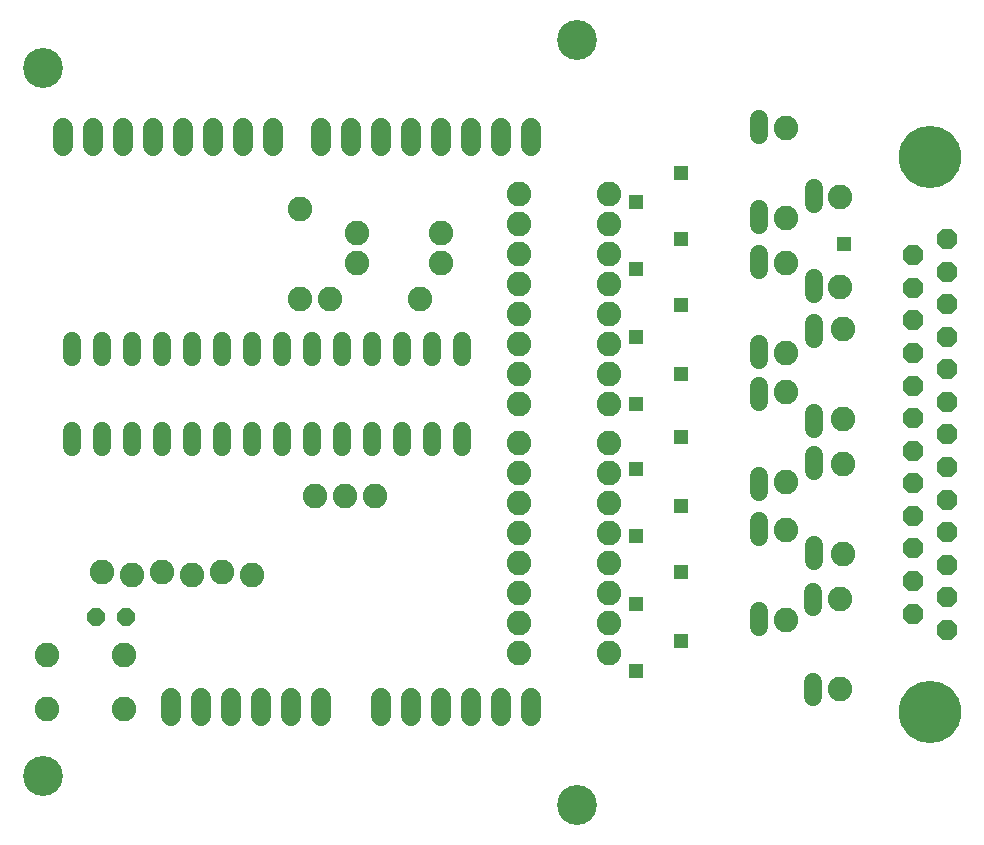
<source format=gbs>
G75*
G70*
%OFA0B0*%
%FSLAX24Y24*%
%IPPOS*%
%LPD*%
%AMOC8*
5,1,8,0,0,1.08239X$1,22.5*
%
%ADD10C,0.1330*%
%ADD11C,0.0680*%
%ADD12C,0.0600*%
%ADD13C,0.0820*%
%ADD14OC8,0.0600*%
%ADD15OC8,0.0680*%
%ADD16C,0.2080*%
%ADD17R,0.0476X0.0476*%
D10*
X001143Y002900D03*
X018943Y001950D03*
X001143Y026500D03*
X018943Y027450D03*
D11*
X017393Y024500D02*
X017393Y023900D01*
X016393Y023900D02*
X016393Y024500D01*
X015393Y024500D02*
X015393Y023900D01*
X014393Y023900D02*
X014393Y024500D01*
X013393Y024500D02*
X013393Y023900D01*
X012393Y023900D02*
X012393Y024500D01*
X011393Y024500D02*
X011393Y023900D01*
X010393Y023900D02*
X010393Y024500D01*
X008793Y024500D02*
X008793Y023900D01*
X007793Y023900D02*
X007793Y024500D01*
X006793Y024500D02*
X006793Y023900D01*
X005793Y023900D02*
X005793Y024500D01*
X004793Y024500D02*
X004793Y023900D01*
X003793Y023900D02*
X003793Y024500D01*
X002793Y024500D02*
X002793Y023900D01*
X001793Y023900D02*
X001793Y024500D01*
X005393Y005500D02*
X005393Y004900D01*
X006393Y004900D02*
X006393Y005500D01*
X007393Y005500D02*
X007393Y004900D01*
X008393Y004900D02*
X008393Y005500D01*
X009393Y005500D02*
X009393Y004900D01*
X010393Y004900D02*
X010393Y005500D01*
X012393Y005500D02*
X012393Y004900D01*
X013393Y004900D02*
X013393Y005500D01*
X014393Y005500D02*
X014393Y004900D01*
X015393Y004900D02*
X015393Y005500D01*
X016393Y005500D02*
X016393Y004900D01*
X017393Y004900D02*
X017393Y005500D01*
D12*
X024993Y007890D02*
X024993Y008410D01*
X026793Y008540D02*
X026793Y009060D01*
X026843Y010090D02*
X026843Y010610D01*
X024993Y010890D02*
X024993Y011410D01*
X024993Y012390D02*
X024993Y012910D01*
X026843Y013090D02*
X026843Y013610D01*
X026843Y014490D02*
X026843Y015010D01*
X024993Y015390D02*
X024993Y015910D01*
X024993Y016790D02*
X024993Y017310D01*
X026843Y017490D02*
X026843Y018010D01*
X026843Y018990D02*
X026843Y019510D01*
X024993Y019790D02*
X024993Y020310D01*
X024993Y021290D02*
X024993Y021810D01*
X026843Y021990D02*
X026843Y022510D01*
X024993Y024290D02*
X024993Y024810D01*
X015093Y017410D02*
X015093Y016890D01*
X014093Y016890D02*
X014093Y017410D01*
X013093Y017410D02*
X013093Y016890D01*
X012093Y016890D02*
X012093Y017410D01*
X011093Y017410D02*
X011093Y016890D01*
X010093Y016890D02*
X010093Y017410D01*
X009093Y017410D02*
X009093Y016890D01*
X008093Y016890D02*
X008093Y017410D01*
X007093Y017410D02*
X007093Y016890D01*
X006093Y016890D02*
X006093Y017410D01*
X005093Y017410D02*
X005093Y016890D01*
X004093Y016890D02*
X004093Y017410D01*
X003093Y017410D02*
X003093Y016890D01*
X002093Y016890D02*
X002093Y017410D01*
X002093Y014410D02*
X002093Y013890D01*
X003093Y013890D02*
X003093Y014410D01*
X004093Y014410D02*
X004093Y013890D01*
X005093Y013890D02*
X005093Y014410D01*
X006093Y014410D02*
X006093Y013890D01*
X007093Y013890D02*
X007093Y014410D01*
X008093Y014410D02*
X008093Y013890D01*
X009093Y013890D02*
X009093Y014410D01*
X010093Y014410D02*
X010093Y013890D01*
X011093Y013890D02*
X011093Y014410D01*
X012093Y014410D02*
X012093Y013890D01*
X013093Y013890D02*
X013093Y014410D01*
X014093Y014410D02*
X014093Y013890D01*
X015093Y013890D02*
X015093Y014410D01*
X026793Y006060D02*
X026793Y005540D01*
D13*
X027693Y005800D03*
X025893Y008100D03*
X027693Y008800D03*
X027793Y010300D03*
X025893Y011100D03*
X025893Y012700D03*
X027793Y013300D03*
X027793Y014800D03*
X025893Y015700D03*
X025893Y017000D03*
X027793Y017800D03*
X027693Y019200D03*
X025893Y020000D03*
X025893Y021500D03*
X027693Y022200D03*
X025893Y024500D03*
X019993Y022300D03*
X019993Y021300D03*
X019993Y020300D03*
X019993Y019300D03*
X019993Y018300D03*
X019993Y017300D03*
X019993Y016300D03*
X019993Y015300D03*
X019993Y014000D03*
X019993Y013000D03*
X019993Y012000D03*
X019993Y011000D03*
X019993Y010000D03*
X019993Y009000D03*
X019993Y008000D03*
X019993Y007000D03*
X016993Y007000D03*
X016993Y008000D03*
X016993Y009000D03*
X016993Y010000D03*
X016993Y011000D03*
X016993Y012000D03*
X016993Y013000D03*
X016993Y014000D03*
X016993Y015300D03*
X016993Y016300D03*
X016993Y017300D03*
X016993Y018300D03*
X016993Y019300D03*
X016993Y020300D03*
X016993Y021300D03*
X016993Y022300D03*
X014393Y021000D03*
X014393Y020000D03*
X013693Y018800D03*
X011593Y020000D03*
X011593Y021000D03*
X009693Y021800D03*
X009693Y018800D03*
X010693Y018800D03*
X010193Y012250D03*
X011193Y012250D03*
X012193Y012250D03*
X008093Y009600D03*
X007093Y009700D03*
X006093Y009600D03*
X005093Y009700D03*
X004093Y009600D03*
X003093Y009700D03*
X003823Y006940D03*
X003823Y005160D03*
X001263Y005160D03*
X001263Y006940D03*
D14*
X002893Y008200D03*
X003893Y008200D03*
D15*
X030133Y008320D03*
X031253Y007780D03*
X031253Y008870D03*
X031253Y009950D03*
X030133Y009410D03*
X030133Y010500D03*
X031253Y011040D03*
X030133Y011580D03*
X031253Y012130D03*
X031253Y013210D03*
X030133Y012670D03*
X030133Y013760D03*
X031253Y014300D03*
X030133Y014840D03*
X031253Y015390D03*
X030133Y015930D03*
X030133Y017020D03*
X031253Y017560D03*
X031253Y016470D03*
X030133Y018100D03*
X031253Y018650D03*
X030133Y019190D03*
X030133Y020280D03*
X031253Y020820D03*
X031253Y019730D03*
D16*
X030693Y023560D03*
X030693Y005040D03*
D17*
X022393Y007400D03*
X020893Y006400D03*
X020893Y008650D03*
X022393Y009700D03*
X020893Y010900D03*
X022393Y011900D03*
X020893Y013150D03*
X022393Y014200D03*
X020893Y015300D03*
X022393Y016300D03*
X020893Y017550D03*
X022393Y018600D03*
X020893Y019800D03*
X022393Y020800D03*
X020893Y022050D03*
X022393Y023000D03*
X027843Y020650D03*
M02*

</source>
